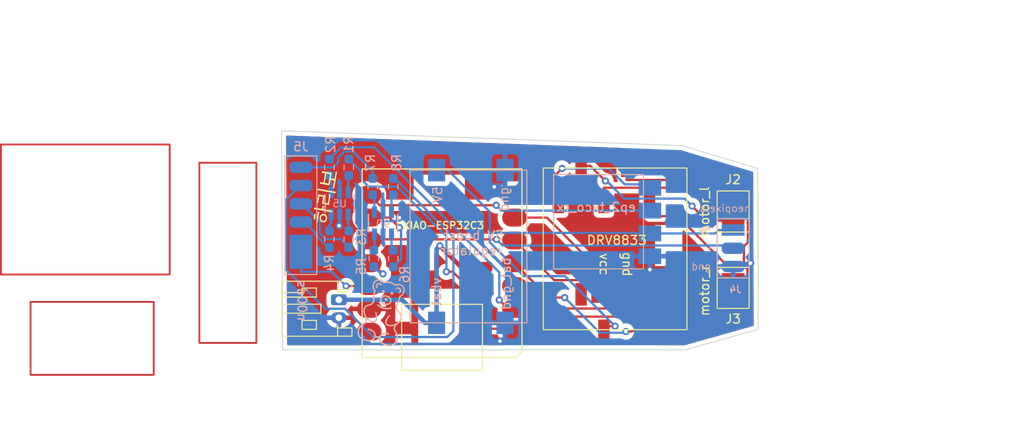
<source format=kicad_pcb>
(kicad_pcb (version 20211014) (generator pcbnew)
  (title_block (comment 4 "AISLER Project ID: CXEOECRK"))
  (layers (0 "F.Cu" signal) (31 "B.Cu" signal) (34 "B.Paste" user) (35 "F.Paste" user) (36 "B.SilkS" user "B.Silkscreen") (37 "F.SilkS" user "F.Silkscreen") (38 "B.Mask" user) (39 "F.Mask" user) (44 "Edge.Cuts" user))
  (net 0 "")
  (net 1 "GND")
  (net 2 "motor2_out1")
  (net 3 "motor2_out2")
  (net 4 "motor1_out1")
  (net 5 "motor1_out2")
  (net 6 "+BATT")
  (net 7 "NEOPIXEL_DATA")
  (net 10 "motor2_2")
  (net 11 "motor2_1")
  (net 12 "motor1_2")
  (net 13 "motor1_1")
  (net 14 "XIAO_TX")
  (net 15 "XIAO_RX")
  (net 16 "nood1_2_sig")
  (net 17 "nood1_1_sig")
  (net 18 "nood1_2_v")
  (net 19 "nood1_1_v")
  (net 20 "nood2_2_sig")
  (net 21 "nood2_1_sig")
  (net 22 "nood2_2_v")
  (net 23 "nood2_1_v")
  (net 25 "+5V")
  (net 26 "+3V3")
  (net 27 "Net-(R1-Pad2)")
  (net 28 "Net-(R2-Pad2)")
  (net 29 "Net-(R3-Pad1)")
  (net 30 "Net-(R4-Pad1)")
  (net 31 "Net-(R5-Pad2)")
  (net 32 "Net-(R6-Pad2)")
  (net 33 "Net-(R7-Pad1)")
  (net 34 "Net-(R8-Pad1)")
  (footprint "haribo_kimchi_boards:smd_solder_pads_1x02_2.54mm" (layer "F.Cu") (at 129.794 75.533)
    (fp_text reference "J2" (at 0 -0.5 unlocked) (layer "F.SilkS"))
    (fp_text value "motor_l" (at -3.175 3.08 90 unlocked) (layer "F.SilkS"))
    (pad "1" smd rect (at 0 2.032) (size 2.54 1.27) (layers "F.Cu" "F.Paste" "F.Mask") (net 2 "motor2_out1"))
    (pad "2" smd roundrect (at 0 4.064) (size 2.54 1.27) (layers "F.Cu" "F.Paste" "F.Mask") (roundrect_rratio 0.3937007874) (net 3 "motor2_out2"))
  )
  (footprint "xiao esp32c3:MOUDLE14P-SMD-2.54-21X17.8MM" (layer "F.Cu") (at 106.279 73.8437 180)
    (fp_text reference "U1" hide)
    (fp_text value "XIAO-ESP32C3" (at 8.743 -6.29325 180) (layer "F.SilkS") (effects (font (size 0.8 0.8))))
    (pad "1" smd roundrect (at 0.835 -18.12 180) (size 2.75 2) (layers "F.Cu" "F.Paste" "F.Mask") (roundrect_rratio 0.5) (net 16 "nood1_2_sig"))
    (pad "2" smd roundrect (at 0.835 -15.58 180) (size 2.75 2) (layers "F.Cu" "F.Paste" "F.Mask") (roundrect_rratio 0.5) (net 17 "nood1_1_sig"))
    (pad "3" smd roundrect (at 0.835 -13.04 180) (size 2.75 2) (layers "F.Cu" "F.Paste" "F.Mask") (roundrect_rratio 0.5) (net 10 "motor2_2"))
    (pad "4" smd roundrect (at 0.835 -10.5 180) (size 2.75 2) (layers "F.Cu" "F.Paste" "F.Mask") (roundrect_rratio 0.5) (net 11 "motor2_1"))
    (pad "5" smd roundrect (at 0.835 -7.96 180) (size 2.75 2) (layers "F.Cu" "F.Paste" "F.Mask") (roundrect_rratio 0.5) (net 12 "motor1_2"))
    (pad "6" smd roundrect (at 0.835 -5.42 180) (size 2.75 2) (layers "F.Cu" "F.Paste" "F.Mask") (roundrect_rratio 0.5) (net 13 "motor1_1"))
    (pad "7" smd roundrect (at 0.835 -2.88 180) (size 2.75 2) (layers "F.Cu" "F.Paste" "F.Mask") (roundrect_rratio 0.5) (net 14 "XIAO_TX"))
    (pad "8" smd roundrect (at 17 -2.88 180) (size 2.75 2) (layers "F.Cu" "F.Paste" "F.Mask") (roundrect_rratio 0.5) (net 15 "XIAO_RX"))
    (pad "9" smd roundrect (at 17 -5.42 180) (size 2.75 2) (layers "F.Cu" "F.Paste" "F.Mask") (roundrect_rratio 0.5) (net 21 "nood2_1_sig"))
    (pad "10" smd roundrect (at 17 -7.96 180) (size 2.75 2) (layers "F.Cu" "F.Paste" "F.Mask") (roundrect_rratio 0.5) (net 7 "NEOPIXEL_DATA"))
    (pad "11" smd roundrect (at 17 -10.5 180) (size 2.75 2) (layers "F.Cu" "F.Paste" "F.Mask") (roundrect_rratio 0.5) (net 20 "nood2_2_sig"))
    (pad "12" smd roundrect (at 17 -13.04 180) (size 2.75 2) (layers "F.Cu" "F.Paste" "F.Mask") (roundrect_rratio 0.5) (net 26 "+3V3"))
    (pad "13" smd roundrect (at 17 -15.58 180) (size 2.75 2) (layers "F.Cu" "F.Paste" "F.Mask") (roundrect_rratio 0.5) (net 1 "GND"))
    (pad "14" smd roundrect (at 17 -18.12 180) (size 2.75 2) (layers "F.Cu" "F.Paste" "F.Mask") (roundrect_rratio 0.5))
    (pad "15" smd roundrect (at 4.3 -10.9 180) (size 2.032 1.1016) (layers "F.Cu" "F.Paste" "F.Mask") (roundrect_rratio 0.230573711) (net 6 "+BATT"))
    (pad "16" smd roundrect (at 4.3 -12.7 180) (size 2.032 1.1016) (layers "F.Cu" "F.Paste" "F.Mask") (roundrect_rratio 0.230573711) (net 1 "GND"))
    (zone (net 0) (net_name "") (layer "F.Cu") (connect_pads (clearance 0)) (min_thickness 0.01)
      (keepout (tracks not_allowed) (vias not_allowed) (pads not_allowed) (copperpour not_allowed) (footprints allowed))
      (fill (thermal_gap 0.508) (thermal_bridge_width 0.508))
      (polygon (pts (xy 93.96 90.8617) (xy 92.182 90.8617) (xy 92.182 88.1947) (xy 93.96 88.1947)))
    )
    (zone (net 0) (net_name "") (layer "F.Cu") (connect_pads (clearance 0)) (min_thickness 0.01)
      (keepout (tracks not_allowed) (vias not_allowed) (pads not_allowed) (copperpour not_allowed) (footprints allowed))
      (fill (thermal_gap 0.508) (thermal_bridge_width 0.508))
      (polygon (pts (xy 102.596 90.8617) (xy 100.818 90.8617) (xy 100.818 88.1947) (xy 102.596 88.1947)))
    )
    (zone (net 0) (net_name "") (layer "F.Cu") (connect_pads (clearance 0)) (min_thickness 0.01)
      (keepout (tracks not_allowed) (vias not_allowed) (pads not_allowed) (copperpour not_allowed) (footprints allowed))
      (fill (thermal_gap 0.508) (thermal_bridge_width 0.508))
      (polygon (pts (xy 99.929 94.1637) (xy 94.722 94.1637) (xy 94.722 87.1787) (xy 99.929 87.1787)))
    )
    (zone (net 0) (net_name "") (layer "F.Cu") (connect_pads (clearance 0)) (min_thickness 0.01)
      (keepout (tracks not_allowed) (vias not_allowed) (pads not_allowed) (copperpour not_allowed) (footprints allowed))
      (fill (thermal_gap 0.508) (thermal_bridge_width 0.508))
      (polygon (pts (xy 93.96 94.9257) (xy 92.182 94.9257) (xy 92.182 92.2587) (xy 93.96 92.2587)))
    )
    (zone (net 0) (net_name "") (layer "F.Cu") (connect_pads (clearance 0)) (min_thickness 0.01)
      (keepout (tracks not_allowed) (vias not_allowed) (pads not_allowed) (copperpour not_allowed) (footprints allowed))
      (fill (thermal_gap 0.508) (thermal_bridge_width 0.508))
      (polygon (pts (xy 96.5 85.1467) (xy 93.452 85.1467) (xy 93.452 82.0987) (xy 96.5 82.0987)))
    )
    (zone (net 0) (net_name "") (layer "F.Cu") (connect_pads (clearance 0)) (min_thickness 0.01)
      (keepout (tracks not_allowed) (vias not_allowed) (pads not_allowed) (copperpour not_allowed) (footprints allowed))
      (fill (thermal_gap 0.508) (thermal_bridge_width 0.508))
      (polygon (pts (xy 99.929 77.0187) (xy 94.214 77.0187) (xy 94.214 74.4787) (xy 99.929 74.4787)))
    )
    (zone (net 0) (net_name "") (layer "F.Cu") (connect_pads (clearance 0)) (min_thickness 0.01)
      (keepout (tracks not_allowed) (vias not_allowed) (pads not_allowed) (copperpour not_allowed) (footprints allowed))
      (fill (thermal_gap 0.508) (thermal_bridge_width 0.508))
      (polygon (pts (xy 102.596 94.9257) (xy 100.818 94.9257) (xy 100.818 92.2587) (xy 102.596 92.2587)))
    )
  )
  (footprint "haribo_kimchi_boards:smd_solder_pads_1x02_2.54mm" (layer "F.Cu") (at 129.794 84.042)
    (fp_text reference "J3" (at 0 6.509 unlocked) (layer "F.SilkS"))
    (fp_text value "motor_r" (at -3.175 3.334 90 unlocked) (layer "F.SilkS"))
    (pad "1" smd rect (at 0 2.032) (size 2.54 1.27) (layers "F.Cu" "F.Paste" "F.Mask") (net 4 "motor1_out1"))
    (pad "2" smd roundrect (at 0 4.064) (size 2.54 1.27) (layers "F.Cu" "F.Paste" "F.Mask") (roundrect_rratio 0.3937007874) (net 5 "motor1_out2"))
  )
  (footprint "haribo_kimchi_pcbgfx:haribo_in_korean_3.2mm" (layer "F.Cu") (at 84.455 76.962 80)
    (fp_text reference "haribo_korean" hide)
    (fp_text value "LOGO" hide)
  )
  (footprint "Connector_JST:JST_PH_S2B-PH-K_1x02_P2.00mm_Horizontal" (layer "F.Cu") (at 85.889 88.408 -90)
    (fp_text reference "J1" hide)
    (fp_text value "Conn_01x02_Female" hide)
    (pad "1" thru_hole roundrect (at 0 0 270) (size 1.2 1.75) (drill 0.75) (layers *.Cu *.Mask) (roundrect_rratio 0.2083333333) (net 6 "+BATT"))
    (pad "2" thru_hole oval (at 2 0 270) (size 1.2 1.75) (drill 0.75) (layers *.Cu *.Mask) (net 1 "GND"))
  )
  (footprint "haribo_kimchi_boards:drv8833_breakout" (layer "F.Cu") (at 130.6445 83.74 -90)
    (fp_text reference "U2" hide)
    (fp_text value "DRV8833" (at -1.952 13.8045 unlocked) (layer "F.SilkS"))
    (fp_text user "vcc" (at 0.715 15.2015 -90 unlocked) (layer "F.SilkS"))
    (fp_text user "gnd" (at 0.715 12.6615 -90 unlocked) (layer "F.SilkS"))
    (pad "1" smd rect (at -10.254 7.62 270) (size 2.51 1.27) (layers "F.Cu" "F.Paste" "F.Mask"))
    (pad "2" smd rect (at -6.223 10.16 270) (size 2.51 1.27) (layers "F.Cu" "F.Paste" "F.Mask") (net 4 "motor1_out1"))
    (pad "3" smd rect (at -10.254 12.7 270) (size 2.51 1.27) (layers "F.Cu" "F.Paste" "F.Mask") (net 5 "motor1_out2"))
    (pad "4" smd rect (at -6.223 15.24 270) (size 2.51 1.27) (layers "F.Cu" "F.Paste" "F.Mask") (net 2 "motor2_out1"))
    (pad "5" smd rect (at -10.254 17.78 270) (size 2.51 1.27) (layers "F.Cu" "F.Paste" "F.Mask") (net 3 "motor2_out2"))
    (pad "6" smd rect (at -6.223 20.32 270) (size 2.51 1.27) (layers "F.Cu" "F.Paste" "F.Mask"))
    (pad "7" smd rect (at 8.128 20.32 270) (size 2.51 1.27) (layers "F.Cu" "F.Paste" "F.Mask") (net 13 "motor1_1"))
    (pad "8" smd rect (at 4.064 17.78 270) (size 2.51 1.27) (layers "F.Cu" "F.Paste" "F.Mask") (net 12 "motor1_2"))
    (pad "9" smd rect (at 8.128 15.24 270) (size 2.51 1.27) (layers "F.Cu" "F.Paste" "F.Mask") (net 25 "+5V"))
    (pad "10" smd rect (at 4.064 12.7 270) (size 2.51 1.27) (layers "F.Cu" "F.Paste" "F.Mask") (net 1 "GND"))
    (pad "11" smd rect (at 8.128 10.16 270) (size 2.51 1.27) (layers "F.Cu" "F.Paste" "F.Mask") (net 11 "motor2_1"))
    (pad "12" smd rect (at 4.064 7.62 270) (size 2.51 1.27) (layers "F.Cu" "F.Paste" "F.Mask") (net 10 "motor2_2"))
    (zone (net 0) (net_name "") (layers "F.Cu" "F.CrtYd") (connect_pads (clearance 0)) (min_thickness 0.254)
      (keepout (tracks not_allowed) (vias not_allowed) (pads not_allowed) (copperpour not_allowed) (footprints allowed))
      (fill (thermal_gap 0.508) (thermal_bridge_width 0.508))
      (polygon (pts (xy 121.0885 84.662) (xy 121.0885 80.09) (xy 124.1365 80.09) (xy 124.1365 84.662)))
    )
  )
  (footprint "haribo_kimchi_extra_footprints:SSOT6_3X1P7_ONS" (layer "B.Cu") (at 90.805 79.883 90)
    (fp_text reference "U6" (at 0 0 180 unlocked) (layer "B.SilkS") (effects (font (size 0.8 0.8) (thickness 0.1)) (justify mirror)))
    (fp_text value "FMBM5551" hide)
    (pad "1" smd rect (at -1.2192 0.950001 90) (size 1.27 0.5588) (layers "B.Cu" "B.Paste" "B.Mask") (net 32 "Net-(R6-Pad2)"))
    (pad "2" smd rect (at -1.2192 0 90) (size 1.27 0.5588) (layers "B.Cu" "B.Paste" "B.Mask") (net 1 "GND"))
    (pad "3" smd rect (at -1.2192 -0.950001 90) (size 1.27 0.5588) (layers "B.Cu" "B.Paste" "B.Mask") (net 31 "Net-(R5-Pad2)"))
    (pad "4" smd rect (at 1.2192 -0.950001 90) (size 1.27 0.5588) (layers "B.Cu" "B.Paste" "B.Mask") (net 33 "Net-(R7-Pad1)"))
    (pad "5" smd rect (at 1.2192 0 90) (size 1.27 0.5588) (layers "B.Cu" "B.Paste" "B.Mask") (net 1 "GND"))
    (pad "6" smd rect (at 1.2192 0.950001 90) (size 1.27 0.5588) (layers "B.Cu" "B.Paste" "B.Mask") (net 34 "Net-(R8-Pad1)"))
  )
  (footprint "haribo_kimchi_boards:smd_solder_pads_1x03_2.54mm" (layer "B.Cu") (at 130.564 84.709 180)
    (fp_text reference "J4" (at 0.516 -2.54 unlocked) (layer "B.SilkS") (effects (font (size 0.8 0.8)) (justify mirror)))
    (fp_text value "neopixels" (at 1.659 6.477 unlocked) (layer "B.SilkS") (effects (font (size 0.8 0.8) (thickness 0.1)) (justify mirror)))
    (fp_text user "5v" (at 3.945 4.064 unlocked) (layer "B.SilkS") (effects (font (size 0.8 0.8) (thickness 0.1)) (justify mirror)))
    (fp_text user "~" (at 3.437 2.032 180 unlocked) (layer "B.SilkS") (effects (font (size 0.8 0.8) (thickness 0.1)) (justify mirror)))
    (fp_text user "gnd" (at 4.326 0 unlocked) (layer "B.SilkS") (effects (font (size 0.8 0.8) (thickness 0.1)) (justify mirror)))
    (pad "1" smd rect (at 0.77 4.064 180) (size 2.54 1.27) (layers "B.Cu" "B.Paste" "B.Mask") (net 25 "+5V"))
    (pad "2" smd roundrect (at 0.77 2.032 180) (size 2.54 1.27) (layers "B.Cu" "B.Paste" "B.Mask") (roundrect_rratio 0.3937007874) (net 7 "NEOPIXEL_DATA"))
    (pad "3" smd roundrect (at 0.77 0 180) (size 2.54 1.27) (layers "B.Cu" "B.Paste" "B.Mask") (roundrect_rratio 0.3937007874) (net 1 "GND"))
  )
  (footprint "Resistor_SMD:R_0603_1608Metric_Pad0.98x0.95mm_HandSolder" (layer "B.Cu") (at 84.836 81.661 -90)
    (fp_text reference "R4" (at 2.667 0 90) (layer "B.SilkS") (effects (justify mirror)))
    (fp_text value "100" hide)
    (pad "1" smd roundrect (at -0.9125 0 270) (size 0.975 0.95) (layers "B.Cu" "B.Paste" "B.Mask") (net 30 "Net-(R4-Pad1)"))
    (pad "2" smd roundrect (at 0.9125 0 270) (size 0.975 0.95) (layers "B.Cu" "B.Paste" "B.Mask") (net 19 "nood1_1_v"))
  )
  (footprint "haribo_kimchi_boards:smd_solder_pads_1x05_n00ds_2.54mm" (layer "B.Cu") (at 81.661 87.122)
    (fp_text reference "J5" (at 0 -15.748 unlocked) (layer "B.SilkS") (effects (justify mirror)))
    (fp_text value "n00ds" (at 0.127 1.397 270 unlocked) (layer "B.SilkS") (effects (justify mirror)))
    (pad "1" smd rect (at 0 -4.064 180) (size 2.54 3.81) (layers "B.Cu" "B.Paste" "B.Mask") (net 26 "+3V3"))
    (pad "2" smd roundrect (at 0 -7.366) (size 2.54 1.27) (layers "B.Cu" "B.Paste" "B.Mask") (roundrect_rratio 0.3937007874) (net 19 "nood1_1_v"))
    (pad "3" smd roundrect (at 0 -9.398) (size 2.54 1.27) (layers "B.Cu" "B.Paste" "B.Mask") (roundrect_rratio 0.3937007874) (net 18 "nood1_2_v"))
    (pad "4" smd roundrect (at 0 -11.43) (size 2.54 1.27) (layers "B.Cu" "B.Paste" "B.Mask") (roundrect_rratio 0.3937007874) (net 23 "nood2_1_v"))
    (pad "5" smd roundrect (at 0 -13.462) (size 2.54 1.27) (layers "B.Cu" "B.Paste" "B.Mask") (roundrect_rratio 0.3937007874) (net 22 "nood2_2_v"))
  )
  (footprint "Resistor_SMD:R_0603_1608Metric_Pad0.98x0.95mm_HandSolder" (layer "B.Cu") (at 86.995 81.661 -90)
    (fp_text reference "R3" (at -0.254 -1.397 90) (layer "B.SilkS") (effects (justify mirror)))
    (fp_text value "100" hide)
    (pad "1" smd roundrect (at -0.9125 0 270) (size 0.975 0.95) (layers "B.Cu" "B.Paste" "B.Mask") (net 29 "Net-(R3-Pad1)"))
    (pad "2" smd roundrect (at 0.9125 0 270) (size 0.975 0.95) (layers "B.Cu" "B.Paste" "B.Mask") (net 18 "nood1_2_v"))
  )
  (footprint "Resistor_SMD:R_0603_1608Metric_Pad0.98x0.95mm_HandSolder" (layer "B.Cu") (at 91.948 75.819 90)
    (fp_text reference "R8" (at 2.667 0.381 270) (layer "B.SilkS") (effects (justify mirror)))
    (fp_text value "100" hide)
    (pad "1" smd roundrect (at -0.9125 0 90) (size 0.975 0.95) (layers "B.Cu" "B.Paste" "B.Mask") (net 34 "Net-(R8-Pad1)"))
    (pad "2" smd roundrect (at 0.9125 0 90) (size 0.975 0.95) (layers "B.Cu" "B.Paste" "B.Mask") (net 23 "nood2_1_v"))
  )
  (footprint "Resistor_SMD:R_0603_1608Metric_Pad0.98x0.95mm_HandSolder" (layer "B.Cu") (at 89.662 75.819 90)
    (fp_text reference "R7" (at 2.667 -0.254 270) (layer "B.SilkS") (effects (justify mirror)))
    (fp_text value "100" hide)
    (pad "1" smd roundrect (at -0.9125 0 90) (size 0.975 0.95) (layers "B.Cu" "B.Paste" "B.Mask") (net 33 "Net-(R7-Pad1)"))
    (pad "2" smd roundrect (at 0.9125 0 90) (size 0.975 0.95) (layers "B.Cu" "B.Paste" "B.Mask") (net 22 "nood2_2_v"))
  )
  (footprint "haribo_kimchi_extra_footprints:SSOT6_3X1P7_ONS" (layer "B.Cu") (at 85.979 77.698 -90)
    (fp_text reference "U5" (at 0 0 unlocked) (layer "B.SilkS") (effects (font (size 0.8 0.8) (thickness 0.1)) (justify mirror)))
    (fp_text value "FMBM5551" hide)
    (pad "1" smd rect (at -1.2192 0.950001 270) (size 1.27 0.5588) (layers "B.Cu" "B.Paste" "B.Mask") (net 28 "Net-(R2-Pad2)"))
    (pad "2" smd rect (at -1.2192 0 270) (size 1.27 0.5588) (layers "B.Cu" "B.Paste" "B.Mask") (net 1 "GND"))
    (pad "3" smd rect (at -1.2192 -0.950001 270) (size 1.27 0.5588) (layers "B.Cu" "B.Paste" "B.Mask") (net 27 "Net-(R1-Pad2)"))
    (pad "4" smd rect (at 1.2192 -0.950001 270) (size 1.27 0.5588) (layers "B.Cu" "B.Paste" "B.Mask") (net 29 "Net-(R3-Pad1)"))
    (pad "5" smd rect (at 1.2192 0 270) (size 1.27 0.5588) (layers "B.Cu" "B.Paste" "B.Mask") (net 1 "GND"))
    (pad "6" smd rect (at 1.2192 0.950001 270) (size 1.27 0.5588) (layers "B.Cu" "B.Paste" "B.Mask") (net 30 "Net-(R4-Pad1)"))
  )
  (footprint "Resistor_SMD:R_0603_1608Metric_Pad0.98x0.95mm_HandSolder" (layer "B.Cu") (at 91.948 83.82 90)
    (fp_text reference "R6" (at -1.778 1.27 270) (layer "B.SilkS") (effects (justify mirror)))
    (fp_text value "220")
    (pad "1" smd roundrect (at -0.9125 0 90) (size 0.975 0.95) (layers "B.Cu" "B.Paste" "B.Mask") (net 21 "nood2_1_sig"))
    (pad "2" smd roundrect (at 0.9125 0 90) (size 0.975 0.95) (layers "B.Cu" "B.Paste" "B.Mask") (net 32 "Net-(R6-Pad2)"))
  )
  (footprint "Resistor_SMD:R_0603_1608Metric_Pad0.98x0.95mm_HandSolder" (layer "B.Cu") (at 84.836 73.66 -90)
    (fp_text reference "R2" (at -2.54 -0.127 90) (layer "B.SilkS") (effects (justify mirror)))
    (fp_text value "220" hide)
    (pad "1" smd roundrect (at -0.9125 0 270) (size 0.975 0.95) (layers "B.Cu" "B.Paste" "B.Mask") (net 17 "nood1_1_sig"))
    (pad "2" smd roundrect (at 0.9125 0 270) (size 0.975 0.95) (layers "B.Cu" "B.Paste" "B.Mask") (net 28 "Net-(R2-Pad2)"))
  )
  (footprint "haribo_kimchi_boards:5v_0.6a_boost_converter" (layer "B.Cu") (at 107.95 82.169 90)
    (fp_text reference "U4" hide)
    (fp_text value "5v_0.6a_boost_converter" hide)
    (fp_text user "5V boost" (at 0.9265 -7.056 unlocked) (layer "B.SilkS") (effects (justify mirror)))
    (fp_text user "regulator" (at -0.762 -7.302 unlocked) (layer "B.SilkS") (effects (justify mirror)))
    (fp_text user "gnd" (at 4.953 -3.683 90 unlocked) (layer "B.SilkS") (effects (justify mirror)))
    (fp_text user "5V" (at 5.461 -11.049 90 unlocked) (layer "B.SilkS") (effects (justify mirror)))
    (fp_text user "vbat" (at -5.334 -11.176 90 unlocked) (layer "B.SilkS") (effects (justify mirror)))
    (fp_text user "bat_gnd" (at -4.445 -3.429 90 unlocked) (layer "B.SilkS") (effects (justify mirror)))
    (pad "1" smd rect (at -8.81 -3.556 90) (size 2.5 1.905) (layers "B.Cu" "B.Paste" "B.Mask") (net 1 "GND"))
    (pad "2" smd rect (at -8.81 -11.176 90) (size 2.5 1.905) (layers "B.Cu" "B.Paste" "B.Mask") (net 6 "+BATT"))
    (pad "3" smd rect (at 8.19 -11.176 90) (size 2.5 1.905) (layers "B.Cu" "B.Paste" "B.Mask") (net 25 "+5V"))
    (pad "4" smd rect (at 8.19 -3.556 90) (size 2.5 1.905) (layers "B.Cu" "B.Paste" "B.Mask") (net 1 "GND"))
  )
  (footprint "Resistor_SMD:R_0603_1608Metric_Pad0.98x0.95mm_HandSolder" (layer "B.Cu") (at 86.995 73.66 -90)
    (fp_text reference "R1" (at -2.54 0 90) (layer "B.SilkS") (effects (justify mirror)))
    (fp_text value "220" hide)
    (pad "1" smd roundrect (at -0.9125 0 270) (size 0.975 0.95) (layers "B.Cu" "B.Paste" "B.Mask") (net 16 "nood1_2_sig"))
    (pad "2" smd roundrect (at 0.9125 0 270) (size 0.975 0.95) (layers "B.Cu" "B.Paste" "B.Mask") (net 27 "Net-(R1-Pad2)"))
  )
  (footprint "Resistor_SMD:R_0603_1608Metric_Pad0.98x0.95mm_HandSolder" (layer "B.Cu") (at 89.789 83.82 90)
    (fp_text reference "R5" (at -0.889 -1.397 270) (layer "B.SilkS") (effects (justify mirror)))
    (fp_text value "220" hide)
    (pad "1" smd roundrect (at -0.9125 0 90) (size 0.975 0.95) (layers "B.Cu" "B.Paste" "B.Mask") (net 20 "nood2_2_sig"))
    (pad "2" smd roundrect (at 0.9125 0 90) (size 0.975 0.95) (layers "B.Cu" "B.Paste" "B.Mask") (net 31 "Net-(R5-Pad2)"))
  )
  (footprint "haribo_kimchi_pcbgfx:haribo_outline_bw_8mm" (layer "B.Cu") (at 90.805 89.789 167)
    (fp_text reference "logo_haribo_bear" hide)
    (fp_text value "LOGO" hide)
  )
  (footprint "haribo_kimchi_boards:happymodel_ep2_txco_rx" (layer "B.Cu") (at 114.808 69.469 180)
    (fp_text reference "U3" hide)
    (fp_text value "ep2_txco_rx" (at 0.254 -8.636 unlocked) (layer "B.SilkS") (effects (justify mirror)))
    (pad "1" smd rect (at -5.715 -6.477 180) (size 2.51 1.75) (layers "B.Cu" "B.Paste" "B.Mask") (net 14 "XIAO_TX"))
    (pad "2" smd rect (at -5.715 -9.017 180) (size 2.51 1.75) (layers "B.Cu" "B.Paste" "B.Mask") (net 15 "XIAO_RX"))
    (pad "3" smd rect (at -5.715 -11.557 180) (size 2.51 1.75) (layers "B.Cu" "B.Paste" "B.Mask") (net 25 "+5V"))
    (pad "4" smd rect (at -5.715 -14.097 180) (size 2.51 1.75) (layers "B.Cu" "B.Paste" "B.Mask") (net 1 "GND"))
  )
  (gr_rect (start 70.358 73.152) (end 76.708 93.218) (layer "F.Cu") (width 0.2) (fill none))
  (gr_rect (start 51.562 88.646) (end 65.278 96.774) (layer "F.Cu") (width 0.2) (fill none))
  (gr_rect (start 48.26 71.12) (end 67.056 85.598) (layer "F.Cu") (width 0.2) (fill none))
  (gr_poly (pts (xy 124.079 71.247) (xy 132.5372 73.787) (xy 132.588 91.694) (xy 124.46 93.98) (xy 79.629 93.98) (xy 79.502 69.596)) (layer "Edge.Cuts") (width 0.1) (fill none))
  (gr_text "하리보" (at 130.81 55.88) (layer "F.SilkS") (effects (font (size 1 1))))
  (via (at 103.191 75.8357) (size 0.8) (drill 0.4) (layers "F.Cu" "B.Cu") (net 1))
  (via (at 103.8287 93.0173) (size 0.8) (drill 0.4) (layers "F.Cu" "B.Cu") (net 1))
  (via (at 120.523 85.0536) (size 0.8) (drill 0.4) (layers "F.Cu" "B.Cu") (net 1))
  (via (at 85.9155 80.1666) (size 0.8) (drill 0.4) (layers "F.Cu" "B.Cu") (net 1))
  (via (at 131.742 84.337) (size 0.8) (drill 0.4) (layers "F.Cu" "B.Cu") (net 1))
  (via (at 92.638 79.2813) (size 0.8) (drill 0.4) (layers "F.Cu" "B.Cu") (net 1))
  (segment (start 130.166 84.337) (end 129.794 84.709) (width 0.25) (layer "B.Cu") (net 1))
  (segment (start 104.2901 92.5559) (end 104.394 92.5559) (width 0.25) (layer "B.Cu") (net 1))
  (segment (start 131.742 84.337) (end 130.166 84.337) (width 0.25) (layer "B.Cu") (net 1))
  (segment (start 104.394 90.979) (end 104.394 92.5559) (width 0.25) (layer "B.Cu") (net 1))
  (segment (start 85.9155 80.1666) (end 85.9155 79.9426) (width 0.25) (layer "B.Cu") (net 1))
  (segment (start 92.638 79.2813) (end 92.2624 79.6569) (width 0.25) (layer "B.Cu") (net 1))
  (segment (start 85.9155 79.9426) (end 85.979 79.8791) (width 0.25) (layer "B.Cu") (net 1))
  (segment (start 104.394 73.979) (end 104.394 75.5559) (width 0.25) (layer "B.Cu") (net 1))
  (segment (start 103.8287 93.0173) (end 104.2901 92.5559) (width 0.25) (layer "B.Cu") (net 1))
  (segment (start 103.4708 75.5559) (end 103.191 75.8357) (width 0.25) (layer "B.Cu") (net 1))
  (segment (start 92.2624 79.6569) (end 90.805 79.6569) (width 0.25) (layer "B.Cu") (net 1))
  (segment (start 90.805 79.6569) (end 90.805 78.6638) (width 0.25) (layer "B.Cu") (net 1))
  (segment (start 90.805 81.1022) (end 90.805 79.6569) (width 0.25) (layer "B.Cu") (net 1))
  (segment (start 85.979 76.4788) (end 85.979 78.9172) (width 0.25) (layer "B.Cu") (net 1))
  (segment (start 85.979 78.9172) (end 85.979 79.8791) (width 0.25) (layer "B.Cu") (net 1))
  (segment (start 104.394 75.5559) (end 103.4708 75.5559) (width 0.25) (layer "B.Cu") (net 1))
  (segment (start 120.523 83.566) (end 120.523 85.0536) (width 0.25) (layer "B.Cu") (net 1))
  (segment (start 115.4045 75.9351) (end 129.126 75.9351) (width 0.25) (layer "F.Cu") (net 2))
  (segment (start 129.794 77.565) (end 129.794 76.6031) (width 0.25) (layer "F.Cu") (net 2))
  (segment (start 129.126 75.9351) (end 129.794 76.6031) (width 0.25) (layer "F.Cu") (net 2))
  (segment (start 115.4045 77.517) (end 115.4045 75.9351) (width 0.25) (layer "F.Cu") (net 2))
  (segment (start 115.57 75.184) (end 113.872 73.486) (width 0.25) (layer "F.Cu") (net 3))
  (segment (start 113.872 73.486) (end 112.8645 73.486) (width 0.25) (layer "F.Cu") (net 3))
  (segment (start 126.841 79.597) (end 125.222 77.978) (width 0.25) (layer "F.Cu") (net 3))
  (segment (start 129.794 79.597) (end 126.841 79.597) (width 0.25) (layer "F.Cu") (net 3))
  (via (at 125.222 77.978) (size 0.8) (drill 0.4) (layers "F.Cu" "B.Cu") (net 3))
  (via (at 115.57 75.184) (size 0.8) (drill 0.4) (layers "F.Cu" "B.Cu") (net 3))
  (segment (start 124.389511 77.145511) (end 125.222 77.978) (width 0.25) (layer "B.Cu") (net 3))
  (segment (start 115.57 75.184) (end 115.713351 75.184) (width 0.25) (layer "B.Cu") (net 3))
  (segment (start 115.713351 75.184) (end 117.674862 77.145511) (width 0.25) (layer "B.Cu") (net 3))
  (segment (start 117.674862 77.145511) (end 124.389511 77.145511) (width 0.25) (layer "B.Cu") (net 3))
  (segment (start 120.4845 77.517) (end 120.4845 79.0989) (width 0.25) (layer "F.Cu") (net 4))
  (segment (start 129.794 86.074) (end 129.794 85.1121) (width 0.25) (layer "F.Cu") (net 4))
  (segment (start 129.6324 85.1121) (end 129.794 85.1121) (width 0.25) (layer "F.Cu") (net 4))
  (segment (start 123.6192 79.0989) (end 129.6324 85.1121) (width 0.25) (layer "F.Cu") (net 4))
  (segment (start 120.4845 79.0989) (end 123.6192 79.0989) (width 0.25) (layer "F.Cu") (net 4))
  (segment (start 130.9954 82.4655) (end 131.4362 82.0247) (width 0.25) (layer "F.Cu") (net 5))
  (segment (start 130.9954 84.6293) (end 130.9954 82.4655) (width 0.25) (layer "F.Cu") (net 5))
  (segment (start 131.4362 82.0247) (end 131.4362 76.8299) (width 0.25) (layer "F.Cu") (net 5))
  (segment (start 131.4362 76.8299) (end 129.6742 75.0679) (width 0.25) (layer "F.Cu") (net 5))
  (segment (start 131.3913 85.0252) (end 130.9954 84.6293) (width 0.25) (layer "F.Cu") (net 5))
  (segment (start 130.1642 88.106) (end 131.3913 86.8789) (width 0.25) (layer "F.Cu") (net 5))
  (segment (start 129.6742 75.0679) (end 117.9445 75.0679) (width 0.25) (layer "F.Cu") (net 5))
  (segment (start 129.794 88.106) (end 130.1642 88.106) (width 0.25) (layer "F.Cu") (net 5))
  (segment (start 131.3913 86.8789) (end 131.3913 85.0252) (width 0.25) (layer "F.Cu") (net 5))
  (segment (start 117.9445 73.486) (end 117.9445 75.0679) (width 0.25) (layer "F.Cu") (net 5))
  (segment (start 99.4737 84.7437) (end 101.979 84.7437) (width 0.5) (layer "F.Cu") (net 6))
  (segment (start 97.1397 82.4097) (end 99.4737 84.7437) (width 0.5) (layer "F.Cu") (net 6))
  (via (at 97.1397 82.4097) (size 0.8) (drill 0.4) (layers "F.Cu" "B.Cu") (net 6))
  (segment (start 96.774 90.979) (end 95.4946 90.979) (width 0.5) (layer "B.Cu") (net 6))
  (segment (start 95.4946 90.979) (end 92.9236 88.408) (width 0.5) (layer "B.Cu") (net 6))
  (segment (start 96.774 90.979) (end 96.774 82.7754) (width 0.5) (layer "B.Cu") (net 6))
  (segment (start 96.774 82.7754) (end 97.1397 82.4097) (width 0.5) (layer "B.Cu") (net 6))
  (segment (start 92.9236 88.408) (end 85.889 88.408) (width 0.5) (layer "B.Cu") (net 6))
  (segment (start 103.4429 81.6852) (end 89.3975 81.6852) (width 0.25) (layer "F.Cu") (net 7))
  (segment (start 89.3975 81.6852) (end 89.279 81.8037) (width 0.25) (layer "F.Cu") (net 7))
  (via (at 103.4429 81.6852) (size 0.8) (drill 0.4) (layers "F.Cu" "B.Cu") (net 7))
  (segment (start 129.4811 82.3641) (end 104.1218 82.3641) (width 0.25) (layer "B.Cu") (net 7))
  (segment (start 104.1218 82.3641) (end 103.4429 81.6852) (width 0.25) (layer "B.Cu") (net 7))
  (segment (start 129.794 82.677) (end 129.4811 82.3641) (width 0.25) (layer "B.Cu") (net 7))
  (segment (start 123.0245 87.804) (end 123.0245 89.3859) (width 0.25) (layer "F.Cu") (net 10))
  (segment (start 123.0245 89.3859) (end 107.9462 89.3859) (width 0.25) (layer "F.Cu") (net 10))
  (segment (start 107.9462 89.3859) (end 105.444 86.8837) (width 0.25) (layer "F.Cu") (net 10))
  (segment (start 118.571 91.868) (end 120.4845 91.868) (width 0.25) (layer "F.Cu") (net 11))
  (segment (start 118.491 91.948) (end 118.571 91.868) (width 0.25) (layer "F.Cu") (net 11))
  (segment (start 111.0332 88.1658) (end 109.2661 88.1658) (width 0.25) (layer "F.Cu") (net 11))
  (segment (start 117.856 91.948) (end 118.491 91.948) (width 0.25) (layer "F.Cu") (net 11))
  (segment (start 109.2661 88.1658) (end 105.444 84.3437) (width 0.25) (layer "F.Cu") (net 11))
  (via (at 111.0332 88.1658) (size 0.8) (drill 0.4) (layers "F.Cu" "B.Cu") (net 11))
  (via (at 117.856 91.948) (size 0.8) (drill 0.4) (layers "F.Cu" "B.Cu") (net 11))
  (segment (start 117.725089 92.078911) (end 114.946311 92.078911) (width 0.25) (layer "B.Cu") (net 11))
  (segment (start 114.946311 92.078911) (end 111.0332 88.1658) (width 0.25) (layer "B.Cu") (net 11))
  (segment (start 117.856 91.948) (end 117.725089 92.078911) (width 0.25) (layer "B.Cu") (net 11))
  (segment (start 112.8645 87.804) (end 112.8645 86.2221) (width 0.25) (layer "F.Cu") (net 12))
  (segment (start 109.8624 86.2221) (end 105.444 81.8037) (width 0.25) (layer "F.Cu") (net 12))
  (segment (start 112.8645 86.2221) (end 109.8624 86.2221) (width 0.25) (layer "F.Cu") (net 12))
  (segment (start 123.8635 86.2221) (end 123.9864 86.345) (width 0.25) (layer "F.Cu") (net 13))
  (segment (start 122.9454 90.2861) (end 110.3245 90.2861) (width 0.25) (layer "F.Cu") (net 13))
  (segment (start 110.3245 91.868) (end 110.3245 90.2861) (width 0.25) (layer "F.Cu") (net 13))
  (segment (start 123.9864 89.2451) (end 122.9454 90.2861) (width 0.25) (layer "F.Cu") (net 13))
  (segment (start 105.444 79.2637) (end 109.0536 79.2637) (width 0.25) (layer "F.Cu") (net 13))
  (segment (start 123.9864 86.345) (end 123.9864 89.2451) (width 0.25) (layer "F.Cu") (net 13))
  (segment (start 109.0536 79.2637) (end 116.012 86.2221) (width 0.25) (layer "F.Cu") (net 13))
  (segment (start 116.012 86.2221) (end 123.8635 86.2221) (width 0.25) (layer "F.Cu") (net 13))
  (segment (start 110.744 73.787) (end 107.8073 76.7237) (width 0.25) (layer "F.Cu") (net 14))
  (segment (start 107.8073 76.7237) (end 105.444 76.7237) (width 0.25) (layer "F.Cu") (net 14))
  (via (at 110.744 73.787) (size 0.8) (drill 0.4) (layers "F.Cu" "B.Cu") (net 14))
  (segment (start 117.729 75.565) (end 120.142 75.565) (width 0.25) (layer "B.Cu") (net 14))
  (segment (start 110.744 73.787) (end 115.951 73.787) (width 0.25) (layer "B.Cu") (net 14))
  (segment (start 120.142 75.565) (end 120.523 75.946) (width 0.25) (layer "B.Cu") (net 14))
  (segment (start 115.951 73.787) (end 117.729 75.565) (width 0.25) (layer "B.Cu") (net 14))
  (segment (start 103.4067 77.8862) (end 90.4415 77.8862) (width 0.25) (layer "F.Cu") (net 15))
  (segment (start 90.4415 77.8862) (end 89.279 76.7237) (width 0.25) (layer "F.Cu") (net 15))
  (via (at 103.4067 77.8862) (size 0.8) (drill 0.4) (layers "F.Cu" "B.Cu") (net 15))
  (segment (start 120.523 78.486) (end 104.0065 78.486) (width 0.25) (layer "B.Cu") (net 15))
  (segment (start 104.0065 78.486) (end 103.4067 77.8862) (width 0.25) (layer "B.Cu") (net 15))
  (segment (start 97.8642 85.2892) (end 98.5714 85.2892) (width 0.25) (layer "F.Cu") (net 16))
  (segment (start 105.1137 91.6334) (end 105.444 91.9637) (width 0.25) (layer "F.Cu") (net 16))
  (segment (start 100.3735 90.885) (end 101.1219 91.6334) (width 0.25) (layer "F.Cu") (net 16))
  (segment (start 100.3735 87.0913) (end 100.3735 90.885) (width 0.25) (layer "F.Cu") (net 16))
  (segment (start 98.5714 85.2892) (end 100.3735 87.0913) (width 0.25) (layer "F.Cu") (net 16))
  (segment (start 101.1219 91.6334) (end 105.1137 91.6334) (width 0.25) (layer "F.Cu") (net 16))
  (via (at 97.8642 85.2892) (size 0.8) (drill 0.4) (layers "F.Cu" "B.Cu") (net 16))
  (segment (start 88.3639 74.1164) (end 88.3639 74.9742) (width 0.25) (layer "B.Cu") (net 16))
  (segment (start 92.3628 75.819) (end 97.8642 81.3204) (width 0.25) (layer "B.Cu") (net 16))
  (segment (start 89.2087 75.819) (end 92.3628 75.819) (width 0.25) (layer "B.Cu") (net 16))
  (segment (start 97.8642 81.3204) (end 97.8642 85.2892) (width 0.25) (layer "B.Cu") (net 16))
  (segment (start 86.995 72.7475) (end 88.3639 74.1164) (width 0.25) (layer "B.Cu") (net 16))
  (segment (start 88.3639 74.9742) (end 89.2087 75.819) (width 0.25) (layer "B.Cu") (net 16))
  (segment (start 104.7476 89.4237) (end 103.7559 88.432) (width 0.25) (layer "F.Cu") (net 17))
  (segment (start 105.444 89.4237) (end 104.7476 89.4237) (width 0.25) (layer "F.Cu") (net 17))
  (via (at 103.7559 88.432) (size 0.8) (drill 0.4) (layers "F.Cu" "B.Cu") (net 17))
  (segment (start 89.8325 71.4281) (end 86.1554 71.4281) (width 0.25) (layer "B.Cu") (net 17))
  (segment (start 103.7559 85.3515) (end 89.8325 71.4281) (width 0.25) (layer "B.Cu") (net 17))
  (segment (start 103.7559 88.432) (end 103.7559 85.3515) (width 0.25) (layer "B.Cu") (net 17))
  (segment (start 86.1554 71.4281) (end 84.836 72.7475) (width 0.25) (layer "B.Cu") (net 17))
  (segment (start 84.4348 81.6535) (end 83.771 80.9897) (width 0.25) (layer "B.Cu") (net 18))
  (segment (start 83.771 80.9897) (end 83.771 79.7468) (width 0.25) (layer "B.Cu") (net 18))
  (segment (start 83.771 79.7468) (end 81.7482 77.724) (width 0.25) (layer "B.Cu") (net 18))
  (segment (start 81.7482 77.724) (end 81.661 77.724) (width 0.25) (layer "B.Cu") (net 18))
  (segment (start 86.995 82.5735) (end 86.075 81.6535) (width 0.25) (layer "B.Cu") (net 18))
  (segment (start 86.075 81.6535) (end 84.4348 81.6535) (width 0.25) (layer "B.Cu") (net 18))
  (segment (start 82.0978 79.756) (end 83.2579 80.9161) (width 0.25) (layer "B.Cu") (net 19))
  (segment (start 81.661 79.756) (end 82.0978 79.756) (width 0.25) (layer "B.Cu") (net 19))
  (segment (start 84.6971 82.5735) (end 84.836 82.5735) (width 0.25) (layer "B.Cu") (net 19))
  (segment (start 83.2579 80.9161) (end 83.2579 81.1343) (width 0.25) (layer "B.Cu") (net 19))
  (segment (start 83.2579 81.1343) (end 84.6971 82.5735) (width 0.25) (layer "B.Cu") (net 19))
  (segment (start 90.8013 85.5295) (end 89.6155 84.3437) (width 0.25) (layer "F.Cu") (net 20))
  (segment (start 89.6155 84.3437) (end 89.279 84.3437) (width 0.25) (layer "F.Cu") (net 20))
  (via (at 90.8013 85.5295) (size 0.8) (drill 0.4) (layers "F.Cu" "B.Cu") (net 20))
  (segment (start 89.789 84.7325) (end 90.586 85.5295) (width 0.25) (layer "B.Cu") (net 20))
  (segment (start 90.586 85.5295) (end 90.8013 85.5295) (width 0.25) (layer "B.Cu") (net 20))
  (segment (start 91.5274 79.2637) (end 92.6385 80.3748) (width 0.25) (layer "F.Cu") (net 21))
  (segment (start 89.279 79.2637) (end 91.5274 79.2637) (width 0.25) (layer "F.Cu") (net 21))
  (via (at 92.6385 80.3748) (size 0.8) (drill 0.4) (layers "F.Cu" "B.Cu") (net 21))
  (segment (start 91.948 84.7325) (end 92.8109 83.8696) (width 0.25) (layer "B.Cu") (net 21))
  (segment (start 92.8109 80.5472) (end 92.6385 80.3748) (width 0.25) (layer "B.Cu") (net 21))
  (segment (start 92.8109 83.8696) (end 92.8109 80.5472) (width 0.25) (layer "B.Cu") (net 21))
  (segment (start 87.4592 71.9061) (end 86.4911 71.9061) (width 0.25) (layer "B.Cu") (net 22))
  (segment (start 86.4911 71.9061) (end 85.8168 72.5804) (width 0.25) (layer "B.Cu") (net 22))
  (segment (start 85.8168 73.1203) (end 85.2771 73.66) (width 0.25) (layer "B.Cu") (net 22))
  (segment (start 89.662 74.9065) (end 89.662 74.1089) (width 0.25) (layer "B.Cu") (net 22))
  (segment (start 89.662 74.1089) (end 87.4592 71.9061) (width 0.25) (layer "B.Cu") (net 22))
  (segment (start 85.8168 72.5804) (end 85.8168 73.1203) (width 0.25) (layer "B.Cu") (net 22))
  (segment (start 85.2771 73.66) (end 81.661 73.66) (width 0.25) (layer "B.Cu") (net 22))
  (segment (start 98.648 91.8787) (end 98.648 81.4227) (width 0.25) (layer "B.Cu") (net 23))
  (segment (start 80.015 85.0496) (end 84.3739 89.4085) (width 0.25) (layer "B.Cu") (net 23))
  (segment (start 89.7186 92.5559) (end 97.9708 92.5559) (width 0.25) (layer "B.Cu") (net 23))
  (segment (start 92.1318 74.9065) (end 91.948 74.9065) (width 0.25) (layer "B.Cu") (net 23))
  (segment (start 81.5826 75.692) (end 80.015 77.2596) (width 0.25) (layer "B.Cu") (net 23))
  (segment (start 84.3739 89.4085) (end 86.5712 89.4085) (width 0.25) (layer "B.Cu") (net 23))
  (segment (start 80.015 77.2596) (end 80.015 85.0496) (width 0.25) (layer "B.Cu") (net 23))
  (segment (start 81.661 75.692) (end 81.5826 75.692) (width 0.25) (layer "B.Cu") (net 23))
  (segment (start 86.5712 89.4085) (end 89.7186 92.5559) (width 0.25) (layer "B.Cu") (net 23))
  (segment (start 98.648 81.4227) (end 92.1318 74.9065) (width 0.25) (layer "B.Cu") (net 23))
  (segment (start 97.9708 92.5559) (end 98.648 91.8787) (width 0.25) (layer "B.Cu") (net 23))
  (segment (start 115.9181 91.3544) (end 116.6474 91.3544) (width 0.25) (layer "F.Cu") (net 25))
  (segment (start 115.4045 91.868) (end 115.9181 91.3544) (width 0.25) (layer "F.Cu") (net 25))
  (via (at 116.6474 91.3544) (size 0.8) (drill 0.4) (layers "F.Cu" "B.Cu") (net 25))
  (segment (start 118.8734 80.9583) (end 102.6955 80.9583) (width 0.25) (layer "B.Cu") (net 25))
  (segment (start 106.4734 85.779) (end 111.072 85.779) (width 0.25) (layer "B.Cu") (net 25))
  (segment (start 128.1971 80.645) (end 127.8161 81.026) (width 0.25) (layer "B.Cu") (net 25))
  (segment (start 111.072 85.779) (end 116.6474 91.3544) (width 0.25) (layer "B.Cu") (net 25))
  (segment (start 102.6955 78.6211) (end 102.6955 80.9583) (width 0.25) (layer "B.Cu") (net 25))
  (segment (start 102.6955 82.0011) (end 106.4734 85.779) (width 0.25) (layer "B.Cu") (net 25))
  (segment (start 127.8161 81.026) (end 120.523 81.026) (width 0.25) (layer "B.Cu") (net 25))
  (segment (start 96.774 73.979) (end 98.0534 73.979) (width 0.25) (layer "B.Cu") (net 25))
  (segment (start 102.6955 80.9583) (end 102.6955 82.0011) (width 0.25) (layer "B.Cu") (net 25))
  (segment (start 129.794 80.645) (end 128.1971 80.645) (width 0.25) (layer "B.Cu") (net 25))
  (segment (start 118.9411 81.026) (end 118.8734 80.9583) (width 0.25) (layer "B.Cu") (net 25))
  (segment (start 120.523 81.026) (end 118.9411 81.026) (width 0.25) (layer "B.Cu") (net 25))
  (segment (start 98.0534 73.979) (end 102.6955 78.6211) (width 0.25) (layer "B.Cu") (net 25))
  (segment (start 86.695 86.8837) (end 89.279 86.8837) (width 0.25) (layer "F.Cu") (net 26))
  (via (at 86.695 86.8837) (size 0.8) (drill 0.4) (layers "F.Cu" "B.Cu") (net 26))
  (segment (start 85.1012 85.2899) (end 86.695 86.8837) (width 0.25) (layer "B.Cu") (net 26))
  (segment (start 81.661 85.2899) (end 85.1012 85.2899) (width 0.25) (layer "B.Cu") (net 26))
  (segment (start 81.661 83.058) (end 81.661 85.2899) (width 0.25) (layer "B.Cu") (net 26))
  (segment (start 86.929 74.6385) (end 86.929 76.4788) (width 0.25) (layer "B.Cu") (net 27))
  (segment (start 86.995 74.5725) (end 86.929 74.6385) (width 0.25) (layer "B.Cu") (net 27))
  (segment (start 85.029 74.7655) (end 85.029 76.4788) (width 0.25) (layer "B.Cu") (net 28))
  (segment (start 84.836 74.5725) (end 85.029 74.7655) (width 0.25) (layer "B.Cu") (net 28))
  (segment (start 86.995 79.9451) (end 86.995 80.7485) (width 0.25) (layer "B.Cu") (net 29))
  (segment (start 86.929 79.8791) (end 86.995 79.9451) (width 0.25) (layer "B.Cu") (net 29))
  (segment (start 86.929 78.9172) (end 86.929 79.8791) (width 0.25) (layer "B.Cu") (net 29))
  (segment (start 85.029 79.8791) (end 84.836 80.0721) (width 0.25) (layer "B.Cu") (net 30))
  (segment (start 85.029 78.9172) (end 85.029 79.8791) (width 0.25) (layer "B.Cu") (net 30))
  (segment (start 84.836 80.0721) (end 84.836 80.7485) (width 0.25) (layer "B.Cu") (net 30))
  (segment (start 89.789 82.9075) (end 89.855 82.8415) (width 0.25) (layer "B.Cu") (net 31))
  (segment (start 89.855 82.8415) (end 89.855 81.1022) (width 0.25) (layer "B.Cu") (net 31))
  (segment (start 91.948 82.9075) (end 91.755 82.7145) (width 0.25) (layer "B.Cu") (net 32))
  (segment (start 91.755 82.7145) (end 91.755 81.1022) (width 0.25) (layer "B.Cu") (net 32))
  (segment (start 89.662 76.7315) (end 89.855 76.9245) (width 0.25) (layer "B.Cu") (net 33))
  (segment (start 89.855 76.9245) (end 89.855 78.6638) (width 0.25) (layer "B.Cu") (net 33))
  (segment (start 91.755 76.9245) (end 91.755 78.6638) (width 0.25) (layer "B.Cu") (net 34))
  (segment (start 91.948 76.7315) (end 91.755 76.9245) (width 0.25) (layer "B.Cu") (net 34))
  (zone locked (net 1) (net_name "GND") (layers F&B.Cu) (connect_pads (clearance 0.508)) (min_thickness 0.254) (fill yes (thermal_gap 0.508) (thermal_bridge_width 0.508))
    (polygon (pts (xy 133.35 96.52) (xy 78.5622 97.4852) (xy 78.7908 69.0118) (xy 133.35 69.85)))
  )
)
</source>
